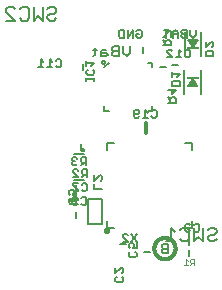
<source format=gbr>
G04 EAGLE Gerber RS-274X export*
G75*
%MOMM*%
%FSLAX34Y34*%
%LPD*%
%INSilkscreen Bottom*%
%IPPOS*%
%AMOC8*
5,1,8,0,0,1.08239X$1,22.5*%
G01*
%ADD10C,0.152400*%
%ADD11C,0.304800*%
%ADD12C,0.203200*%
%ADD13R,1.000000X0.200000*%
%ADD14C,0.127000*%
%ADD15C,0.101600*%

G36*
X143880Y186336D02*
X143880Y186336D01*
X143907Y186336D01*
X144018Y186368D01*
X144131Y186394D01*
X144154Y186407D01*
X144180Y186415D01*
X144278Y186477D01*
X144379Y186533D01*
X144395Y186551D01*
X144420Y186566D01*
X144605Y186774D01*
X144609Y186778D01*
X146609Y189778D01*
X146640Y189842D01*
X146680Y189902D01*
X146701Y189970D01*
X146732Y190034D01*
X146744Y190105D01*
X146765Y190173D01*
X146767Y190244D01*
X146779Y190315D01*
X146771Y190386D01*
X146773Y190457D01*
X146755Y190526D01*
X146746Y190597D01*
X146719Y190663D01*
X146701Y190732D01*
X146664Y190793D01*
X146637Y190859D01*
X146592Y190915D01*
X146556Y190977D01*
X146504Y191026D01*
X146459Y191081D01*
X146401Y191122D01*
X146348Y191171D01*
X146285Y191204D01*
X146227Y191245D01*
X146159Y191268D01*
X146095Y191301D01*
X146036Y191311D01*
X145958Y191338D01*
X145839Y191344D01*
X145764Y191356D01*
X141764Y191356D01*
X141693Y191346D01*
X141621Y191346D01*
X141553Y191326D01*
X141483Y191316D01*
X141417Y191287D01*
X141348Y191267D01*
X141288Y191229D01*
X141223Y191200D01*
X141168Y191154D01*
X141108Y191116D01*
X141060Y191063D01*
X141006Y191017D01*
X140966Y190957D01*
X140919Y190903D01*
X140888Y190839D01*
X140849Y190780D01*
X140827Y190712D01*
X140796Y190647D01*
X140784Y190577D01*
X140763Y190509D01*
X140761Y190437D01*
X140749Y190367D01*
X140757Y190296D01*
X140755Y190225D01*
X140774Y190155D01*
X140782Y190084D01*
X140807Y190029D01*
X140827Y189950D01*
X140888Y189847D01*
X140919Y189778D01*
X142919Y186778D01*
X142996Y186691D01*
X143069Y186601D01*
X143091Y186586D01*
X143109Y186566D01*
X143206Y186504D01*
X143301Y186437D01*
X143327Y186429D01*
X143349Y186414D01*
X143460Y186382D01*
X143570Y186344D01*
X143597Y186343D01*
X143622Y186336D01*
X143738Y186336D01*
X143854Y186330D01*
X143880Y186336D01*
G37*
G36*
X145708Y152824D02*
X145708Y152824D01*
X145780Y152824D01*
X145848Y152844D01*
X145919Y152854D01*
X145984Y152883D01*
X146053Y152903D01*
X146113Y152941D01*
X146178Y152970D01*
X146233Y153016D01*
X146293Y153054D01*
X146341Y153108D01*
X146395Y153154D01*
X146435Y153213D01*
X146482Y153267D01*
X146513Y153331D01*
X146553Y153390D01*
X146574Y153459D01*
X146605Y153523D01*
X146617Y153593D01*
X146638Y153661D01*
X146640Y153733D01*
X146652Y153804D01*
X146644Y153874D01*
X146646Y153945D01*
X146627Y154015D01*
X146619Y154086D01*
X146594Y154141D01*
X146574Y154220D01*
X146513Y154323D01*
X146482Y154392D01*
X144482Y157392D01*
X144405Y157479D01*
X144332Y157569D01*
X144310Y157584D01*
X144292Y157604D01*
X144195Y157666D01*
X144100Y157733D01*
X144074Y157741D01*
X144052Y157756D01*
X143941Y157788D01*
X143831Y157826D01*
X143804Y157827D01*
X143779Y157834D01*
X143663Y157834D01*
X143547Y157840D01*
X143521Y157834D01*
X143494Y157834D01*
X143383Y157802D01*
X143270Y157776D01*
X143247Y157763D01*
X143221Y157755D01*
X143123Y157693D01*
X143022Y157637D01*
X143006Y157619D01*
X142981Y157604D01*
X142796Y157396D01*
X142792Y157392D01*
X140792Y154392D01*
X140761Y154328D01*
X140722Y154268D01*
X140700Y154200D01*
X140669Y154136D01*
X140657Y154065D01*
X140636Y153997D01*
X140634Y153926D01*
X140622Y153856D01*
X140630Y153784D01*
X140628Y153713D01*
X140646Y153644D01*
X140655Y153573D01*
X140682Y153507D01*
X140700Y153438D01*
X140737Y153377D01*
X140764Y153311D01*
X140809Y153255D01*
X140846Y153193D01*
X140897Y153144D01*
X140942Y153089D01*
X141001Y153048D01*
X141053Y152999D01*
X141116Y152966D01*
X141174Y152925D01*
X141242Y152902D01*
X141306Y152869D01*
X141365Y152859D01*
X141443Y152832D01*
X141562Y152826D01*
X141637Y152814D01*
X145637Y152814D01*
X145708Y152824D01*
G37*
D10*
X90557Y186189D02*
X90557Y180427D01*
X87676Y177546D01*
X84795Y180427D01*
X84795Y186189D01*
X81202Y186189D02*
X81202Y177546D01*
X81202Y186189D02*
X76880Y186189D01*
X75440Y184749D01*
X75440Y183308D01*
X76880Y181868D01*
X75440Y180427D01*
X75440Y178987D01*
X76880Y177546D01*
X81202Y177546D01*
X81202Y181868D02*
X76880Y181868D01*
X70406Y183308D02*
X67525Y183308D01*
X66085Y181868D01*
X66085Y177546D01*
X70406Y177546D01*
X71847Y178987D01*
X70406Y180427D01*
X66085Y180427D01*
X61051Y178987D02*
X61051Y184749D01*
X61051Y178987D02*
X59611Y177546D01*
X59611Y183308D02*
X62492Y183308D01*
D11*
X111162Y14859D02*
X111165Y15079D01*
X111173Y15300D01*
X111186Y15520D01*
X111205Y15739D01*
X111230Y15958D01*
X111259Y16177D01*
X111294Y16394D01*
X111335Y16611D01*
X111380Y16827D01*
X111431Y17041D01*
X111487Y17254D01*
X111549Y17466D01*
X111615Y17676D01*
X111687Y17884D01*
X111764Y18091D01*
X111846Y18295D01*
X111932Y18498D01*
X112024Y18698D01*
X112121Y18897D01*
X112222Y19092D01*
X112329Y19285D01*
X112440Y19476D01*
X112555Y19663D01*
X112675Y19848D01*
X112800Y20030D01*
X112929Y20208D01*
X113063Y20384D01*
X113200Y20556D01*
X113342Y20724D01*
X113488Y20890D01*
X113638Y21051D01*
X113792Y21209D01*
X113950Y21363D01*
X114111Y21513D01*
X114277Y21659D01*
X114445Y21801D01*
X114617Y21938D01*
X114793Y22072D01*
X114971Y22201D01*
X115153Y22326D01*
X115338Y22446D01*
X115525Y22561D01*
X115716Y22672D01*
X115909Y22779D01*
X116104Y22880D01*
X116303Y22977D01*
X116503Y23069D01*
X116706Y23155D01*
X116910Y23237D01*
X117117Y23314D01*
X117325Y23386D01*
X117535Y23452D01*
X117747Y23514D01*
X117960Y23570D01*
X118174Y23621D01*
X118390Y23666D01*
X118607Y23707D01*
X118824Y23742D01*
X119043Y23771D01*
X119262Y23796D01*
X119481Y23815D01*
X119701Y23828D01*
X119922Y23836D01*
X120142Y23839D01*
X120362Y23836D01*
X120583Y23828D01*
X120803Y23815D01*
X121022Y23796D01*
X121241Y23771D01*
X121460Y23742D01*
X121677Y23707D01*
X121894Y23666D01*
X122110Y23621D01*
X122324Y23570D01*
X122537Y23514D01*
X122749Y23452D01*
X122959Y23386D01*
X123167Y23314D01*
X123374Y23237D01*
X123578Y23155D01*
X123781Y23069D01*
X123981Y22977D01*
X124180Y22880D01*
X124375Y22779D01*
X124568Y22672D01*
X124759Y22561D01*
X124946Y22446D01*
X125131Y22326D01*
X125313Y22201D01*
X125491Y22072D01*
X125667Y21938D01*
X125839Y21801D01*
X126007Y21659D01*
X126173Y21513D01*
X126334Y21363D01*
X126492Y21209D01*
X126646Y21051D01*
X126796Y20890D01*
X126942Y20724D01*
X127084Y20556D01*
X127221Y20384D01*
X127355Y20208D01*
X127484Y20030D01*
X127609Y19848D01*
X127729Y19663D01*
X127844Y19476D01*
X127955Y19285D01*
X128062Y19092D01*
X128163Y18897D01*
X128260Y18698D01*
X128352Y18498D01*
X128438Y18295D01*
X128520Y18091D01*
X128597Y17884D01*
X128669Y17676D01*
X128735Y17466D01*
X128797Y17254D01*
X128853Y17041D01*
X128904Y16827D01*
X128949Y16611D01*
X128990Y16394D01*
X129025Y16177D01*
X129054Y15958D01*
X129079Y15739D01*
X129098Y15520D01*
X129111Y15300D01*
X129119Y15079D01*
X129122Y14859D01*
X129119Y14639D01*
X129111Y14418D01*
X129098Y14198D01*
X129079Y13979D01*
X129054Y13760D01*
X129025Y13541D01*
X128990Y13324D01*
X128949Y13107D01*
X128904Y12891D01*
X128853Y12677D01*
X128797Y12464D01*
X128735Y12252D01*
X128669Y12042D01*
X128597Y11834D01*
X128520Y11627D01*
X128438Y11423D01*
X128352Y11220D01*
X128260Y11020D01*
X128163Y10821D01*
X128062Y10626D01*
X127955Y10433D01*
X127844Y10242D01*
X127729Y10055D01*
X127609Y9870D01*
X127484Y9688D01*
X127355Y9510D01*
X127221Y9334D01*
X127084Y9162D01*
X126942Y8994D01*
X126796Y8828D01*
X126646Y8667D01*
X126492Y8509D01*
X126334Y8355D01*
X126173Y8205D01*
X126007Y8059D01*
X125839Y7917D01*
X125667Y7780D01*
X125491Y7646D01*
X125313Y7517D01*
X125131Y7392D01*
X124946Y7272D01*
X124759Y7157D01*
X124568Y7046D01*
X124375Y6939D01*
X124180Y6838D01*
X123981Y6741D01*
X123781Y6649D01*
X123578Y6563D01*
X123374Y6481D01*
X123167Y6404D01*
X122959Y6332D01*
X122749Y6266D01*
X122537Y6204D01*
X122324Y6148D01*
X122110Y6097D01*
X121894Y6052D01*
X121677Y6011D01*
X121460Y5976D01*
X121241Y5947D01*
X121022Y5922D01*
X120803Y5903D01*
X120583Y5890D01*
X120362Y5882D01*
X120142Y5879D01*
X119922Y5882D01*
X119701Y5890D01*
X119481Y5903D01*
X119262Y5922D01*
X119043Y5947D01*
X118824Y5976D01*
X118607Y6011D01*
X118390Y6052D01*
X118174Y6097D01*
X117960Y6148D01*
X117747Y6204D01*
X117535Y6266D01*
X117325Y6332D01*
X117117Y6404D01*
X116910Y6481D01*
X116706Y6563D01*
X116503Y6649D01*
X116303Y6741D01*
X116104Y6838D01*
X115909Y6939D01*
X115716Y7046D01*
X115525Y7157D01*
X115338Y7272D01*
X115153Y7392D01*
X114971Y7517D01*
X114793Y7646D01*
X114617Y7780D01*
X114445Y7917D01*
X114277Y8059D01*
X114111Y8205D01*
X113950Y8355D01*
X113792Y8509D01*
X113638Y8667D01*
X113488Y8828D01*
X113342Y8994D01*
X113200Y9162D01*
X113063Y9334D01*
X112929Y9510D01*
X112800Y9688D01*
X112675Y9870D01*
X112555Y10055D01*
X112440Y10242D01*
X112329Y10433D01*
X112222Y10626D01*
X112121Y10821D01*
X112024Y11020D01*
X111932Y11220D01*
X111846Y11423D01*
X111764Y11627D01*
X111687Y11834D01*
X111615Y12042D01*
X111549Y12252D01*
X111487Y12464D01*
X111431Y12677D01*
X111380Y12891D01*
X111335Y13107D01*
X111294Y13324D01*
X111259Y13541D01*
X111230Y13760D01*
X111205Y13979D01*
X111186Y14198D01*
X111173Y14418D01*
X111165Y14639D01*
X111162Y14859D01*
D12*
X122682Y10795D02*
X122682Y18930D01*
X118615Y18930D01*
X117259Y17574D01*
X117259Y16218D01*
X118615Y14862D01*
X117259Y13507D01*
X117259Y12151D01*
X118615Y10795D01*
X122682Y10795D01*
X122682Y14862D02*
X118615Y14862D01*
X86868Y18415D02*
X81788Y18415D01*
D10*
X83740Y-9165D02*
X84842Y-10267D01*
X84842Y-12470D01*
X83740Y-13571D01*
X79334Y-13571D01*
X78232Y-12470D01*
X78232Y-10267D01*
X79334Y-9165D01*
X78232Y-6087D02*
X78232Y-1681D01*
X78232Y-6087D02*
X82638Y-1681D01*
X83740Y-1681D01*
X84842Y-2782D01*
X84842Y-4986D01*
X83740Y-6087D01*
D12*
X136637Y145829D02*
X136637Y165829D01*
X150637Y165829D02*
X150637Y145829D01*
X139637Y152329D02*
X143637Y158329D01*
X139637Y152329D02*
X147637Y152329D01*
X143637Y158329D01*
D13*
X143637Y159329D03*
D10*
X132881Y152623D02*
X126271Y152623D01*
X126271Y155928D01*
X127373Y157029D01*
X131779Y157029D01*
X132881Y155928D01*
X132881Y152623D01*
X130677Y160107D02*
X132881Y162310D01*
X126271Y162310D01*
X126271Y160107D02*
X126271Y164513D01*
D14*
X158110Y32395D02*
X156204Y30488D01*
X158110Y32395D02*
X161923Y32395D01*
X163830Y30488D01*
X163830Y28582D01*
X161923Y26675D01*
X158110Y26675D01*
X156204Y24768D01*
X156204Y22862D01*
X158110Y20955D01*
X161923Y20955D01*
X163830Y22862D01*
X152136Y20955D02*
X152136Y32395D01*
X148323Y24768D02*
X152136Y20955D01*
X148323Y24768D02*
X144510Y20955D01*
X144510Y32395D01*
X134722Y32395D02*
X132816Y30488D01*
X134722Y32395D02*
X138535Y32395D01*
X140442Y30488D01*
X140442Y22862D01*
X138535Y20955D01*
X134722Y20955D01*
X132816Y22862D01*
X128748Y28582D02*
X124935Y32395D01*
X124935Y20955D01*
X128748Y20955D02*
X121122Y20955D01*
D12*
X107442Y12192D02*
X102362Y12192D01*
D10*
X96207Y10816D02*
X95105Y11917D01*
X96207Y10816D02*
X96207Y8612D01*
X95105Y7511D01*
X90699Y7511D01*
X89597Y8612D01*
X89597Y10816D01*
X90699Y11917D01*
X96207Y14995D02*
X96207Y19401D01*
X96207Y14995D02*
X92902Y14995D01*
X94003Y17198D01*
X94003Y18300D01*
X92902Y19401D01*
X90699Y19401D01*
X89597Y18300D01*
X89597Y16096D01*
X90699Y14995D01*
D12*
X45212Y52197D02*
X45212Y57277D01*
D10*
X49569Y68946D02*
X50670Y70048D01*
X52873Y70048D01*
X53975Y68946D01*
X53975Y64540D01*
X52873Y63438D01*
X50670Y63438D01*
X49569Y64540D01*
X46491Y70048D02*
X42084Y70048D01*
X42084Y68946D01*
X46491Y64540D01*
X46491Y63438D01*
D12*
X44958Y45720D02*
X44958Y40640D01*
D10*
X49315Y57389D02*
X50416Y58491D01*
X52619Y58491D01*
X53721Y57389D01*
X53721Y52983D01*
X52619Y51881D01*
X50416Y51881D01*
X49315Y52983D01*
X46237Y52983D02*
X45135Y51881D01*
X42932Y51881D01*
X41830Y52983D01*
X41830Y57389D01*
X42932Y58491D01*
X45135Y58491D01*
X46237Y57389D01*
X46237Y56287D01*
X45135Y55186D01*
X41830Y55186D01*
D12*
X66517Y57055D02*
X66517Y35909D01*
X66517Y57055D02*
X55404Y57055D01*
X55403Y35909D01*
X66517Y35909D01*
D10*
X67062Y65024D02*
X60452Y65024D01*
X60452Y69430D01*
X60452Y72508D02*
X60452Y76915D01*
X64858Y76915D02*
X60452Y72508D01*
X64858Y76915D02*
X65960Y76915D01*
X67062Y75813D01*
X67062Y73610D01*
X65960Y72508D01*
D12*
X140462Y22987D02*
X140462Y17907D01*
D10*
X144819Y34656D02*
X145920Y35758D01*
X148123Y35758D01*
X149225Y34656D01*
X149225Y30250D01*
X148123Y29148D01*
X145920Y29148D01*
X144819Y30250D01*
X141741Y34656D02*
X140639Y35758D01*
X138436Y35758D01*
X137334Y34656D01*
X137334Y33554D01*
X138436Y32453D01*
X139538Y32453D01*
X138436Y32453D02*
X137334Y31351D01*
X137334Y30250D01*
X138436Y29148D01*
X140639Y29148D01*
X141741Y30250D01*
D12*
X140716Y13589D02*
X140716Y8509D01*
D15*
X145084Y5782D02*
X145084Y698D01*
X145084Y5782D02*
X142542Y5782D01*
X141695Y4935D01*
X141695Y3240D01*
X142542Y2393D01*
X145084Y2393D01*
X143389Y2393D02*
X141695Y698D01*
X139471Y4088D02*
X137776Y5782D01*
X137776Y698D01*
X136082Y698D02*
X139471Y698D01*
D14*
X20695Y217305D02*
X22601Y219212D01*
X26414Y219212D01*
X28321Y217305D01*
X28321Y215399D01*
X26414Y213492D01*
X22601Y213492D01*
X20695Y211585D01*
X20695Y209679D01*
X22601Y207772D01*
X26414Y207772D01*
X28321Y209679D01*
X16627Y207772D02*
X16627Y219212D01*
X12814Y211585D02*
X16627Y207772D01*
X12814Y211585D02*
X9001Y207772D01*
X9001Y219212D01*
X-787Y219212D02*
X-2693Y217305D01*
X-787Y219212D02*
X3026Y219212D01*
X4933Y217305D01*
X4933Y209679D01*
X3026Y207772D01*
X-787Y207772D01*
X-2693Y209679D01*
X-6761Y207772D02*
X-14387Y207772D01*
X-6761Y207772D02*
X-14387Y215399D01*
X-14387Y217305D01*
X-12481Y219212D01*
X-8668Y219212D01*
X-6761Y217305D01*
D11*
X104394Y120967D02*
X104394Y112967D01*
D10*
X108751Y131176D02*
X109852Y132278D01*
X112055Y132278D01*
X113157Y131176D01*
X113157Y126770D01*
X112055Y125668D01*
X109852Y125668D01*
X108751Y126770D01*
X105673Y130074D02*
X103470Y132278D01*
X103470Y125668D01*
X105673Y125668D02*
X101266Y125668D01*
X98189Y126770D02*
X97087Y125668D01*
X94884Y125668D01*
X93782Y126770D01*
X93782Y131176D01*
X94884Y132278D01*
X97087Y132278D01*
X98189Y131176D01*
X98189Y130074D01*
X97087Y128973D01*
X93782Y128973D01*
X146015Y195751D02*
X146015Y200158D01*
X146015Y195751D02*
X143811Y193548D01*
X141608Y195751D01*
X141608Y200158D01*
X138530Y200158D02*
X138530Y193548D01*
X138530Y200158D02*
X135226Y200158D01*
X134124Y199056D01*
X134124Y197954D01*
X135226Y196853D01*
X134124Y195751D01*
X134124Y194650D01*
X135226Y193548D01*
X138530Y193548D01*
X138530Y196853D02*
X135226Y196853D01*
X131046Y197954D02*
X131046Y193548D01*
X131046Y197954D02*
X128843Y200158D01*
X126640Y197954D01*
X126640Y193548D01*
X126640Y196853D02*
X131046Y196853D01*
X121359Y193548D02*
X121359Y200158D01*
X123562Y200158D02*
X119156Y200158D01*
X97126Y200158D02*
X96024Y199056D01*
X97126Y200158D02*
X99329Y200158D01*
X100430Y199056D01*
X100430Y194650D01*
X99329Y193548D01*
X97126Y193548D01*
X96024Y194650D01*
X96024Y196853D01*
X98227Y196853D01*
X92946Y193548D02*
X92946Y200158D01*
X88540Y193548D01*
X88540Y200158D01*
X85462Y200158D02*
X85462Y193548D01*
X82157Y193548D01*
X81056Y194650D01*
X81056Y199056D01*
X82157Y200158D01*
X85462Y200158D01*
D12*
X150764Y198341D02*
X150764Y178341D01*
X136764Y178341D02*
X136764Y198341D01*
X147764Y191841D02*
X143764Y185841D01*
X147764Y191841D02*
X139764Y191841D01*
X143764Y185841D01*
D13*
X143764Y184841D03*
D10*
X154526Y178103D02*
X161136Y178103D01*
X154526Y178103D02*
X154526Y181408D01*
X155628Y182509D01*
X160034Y182509D01*
X161136Y181408D01*
X161136Y178103D01*
X154526Y185587D02*
X154526Y189994D01*
X158932Y189994D02*
X154526Y185587D01*
X158932Y189994D02*
X160034Y189994D01*
X161136Y188892D01*
X161136Y186689D01*
X160034Y185587D01*
D14*
X77315Y31945D02*
X71315Y31945D01*
X71315Y37945D01*
X137315Y31945D02*
X143315Y31945D01*
X143315Y37945D01*
X71315Y97945D02*
X71315Y103945D01*
X77315Y103945D01*
X143315Y103945D02*
X143315Y97945D01*
X143315Y103945D02*
X137315Y103945D01*
D11*
X70315Y29945D02*
X70317Y30008D01*
X70323Y30070D01*
X70333Y30132D01*
X70346Y30194D01*
X70364Y30254D01*
X70385Y30313D01*
X70410Y30371D01*
X70439Y30427D01*
X70471Y30481D01*
X70506Y30533D01*
X70544Y30582D01*
X70586Y30630D01*
X70630Y30674D01*
X70678Y30716D01*
X70727Y30754D01*
X70779Y30789D01*
X70833Y30821D01*
X70889Y30850D01*
X70947Y30875D01*
X71006Y30896D01*
X71066Y30914D01*
X71128Y30927D01*
X71190Y30937D01*
X71252Y30943D01*
X71315Y30945D01*
X71378Y30943D01*
X71440Y30937D01*
X71502Y30927D01*
X71564Y30914D01*
X71624Y30896D01*
X71683Y30875D01*
X71741Y30850D01*
X71797Y30821D01*
X71851Y30789D01*
X71903Y30754D01*
X71952Y30716D01*
X72000Y30674D01*
X72044Y30630D01*
X72086Y30582D01*
X72124Y30533D01*
X72159Y30481D01*
X72191Y30427D01*
X72220Y30371D01*
X72245Y30313D01*
X72266Y30254D01*
X72284Y30194D01*
X72297Y30132D01*
X72307Y30070D01*
X72313Y30008D01*
X72315Y29945D01*
X72313Y29882D01*
X72307Y29820D01*
X72297Y29758D01*
X72284Y29696D01*
X72266Y29636D01*
X72245Y29577D01*
X72220Y29519D01*
X72191Y29463D01*
X72159Y29409D01*
X72124Y29357D01*
X72086Y29308D01*
X72044Y29260D01*
X72000Y29216D01*
X71952Y29174D01*
X71903Y29136D01*
X71851Y29101D01*
X71797Y29069D01*
X71741Y29040D01*
X71683Y29015D01*
X71624Y28994D01*
X71564Y28976D01*
X71502Y28963D01*
X71440Y28953D01*
X71378Y28947D01*
X71315Y28945D01*
X71252Y28947D01*
X71190Y28953D01*
X71128Y28963D01*
X71066Y28976D01*
X71006Y28994D01*
X70947Y29015D01*
X70889Y29040D01*
X70833Y29069D01*
X70779Y29101D01*
X70727Y29136D01*
X70678Y29174D01*
X70630Y29216D01*
X70586Y29260D01*
X70544Y29308D01*
X70506Y29357D01*
X70471Y29409D01*
X70439Y29463D01*
X70410Y29519D01*
X70385Y29577D01*
X70364Y29636D01*
X70346Y29696D01*
X70333Y29758D01*
X70323Y29820D01*
X70317Y29882D01*
X70315Y29945D01*
D10*
X91715Y20599D02*
X96121Y27209D01*
X91715Y27209D02*
X96121Y20599D01*
X88637Y20599D02*
X84231Y20599D01*
X88637Y20599D02*
X84231Y25005D01*
X84231Y26107D01*
X85332Y27209D01*
X87536Y27209D01*
X88637Y26107D01*
D12*
X50800Y166370D02*
X50800Y171450D01*
D10*
X28953Y175012D02*
X27852Y173910D01*
X28953Y175012D02*
X31156Y175012D01*
X32258Y173910D01*
X32258Y169504D01*
X31156Y168402D01*
X28953Y168402D01*
X27852Y169504D01*
X24774Y172808D02*
X22571Y175012D01*
X22571Y168402D01*
X24774Y168402D02*
X20367Y168402D01*
X17290Y172808D02*
X15087Y175012D01*
X15087Y168402D01*
X17290Y168402D02*
X12883Y168402D01*
D12*
X108900Y135265D02*
X108900Y131765D01*
X105400Y131765D01*
X108900Y168265D02*
X108900Y171765D01*
X105400Y171765D01*
X72400Y131765D02*
X68900Y131765D01*
X68900Y135265D01*
X68900Y168265D02*
X72400Y171765D01*
X66802Y172593D02*
X66804Y172664D01*
X66810Y172735D01*
X66820Y172806D01*
X66834Y172876D01*
X66852Y172945D01*
X66873Y173012D01*
X66899Y173079D01*
X66928Y173144D01*
X66960Y173207D01*
X66997Y173269D01*
X67036Y173328D01*
X67079Y173385D01*
X67125Y173439D01*
X67174Y173491D01*
X67226Y173540D01*
X67280Y173586D01*
X67337Y173629D01*
X67396Y173668D01*
X67458Y173705D01*
X67521Y173737D01*
X67586Y173766D01*
X67653Y173792D01*
X67720Y173813D01*
X67789Y173831D01*
X67859Y173845D01*
X67930Y173855D01*
X68001Y173861D01*
X68072Y173863D01*
X68143Y173861D01*
X68214Y173855D01*
X68285Y173845D01*
X68355Y173831D01*
X68424Y173813D01*
X68491Y173792D01*
X68558Y173766D01*
X68623Y173737D01*
X68686Y173705D01*
X68748Y173668D01*
X68807Y173629D01*
X68864Y173586D01*
X68918Y173540D01*
X68970Y173491D01*
X69019Y173439D01*
X69065Y173385D01*
X69108Y173328D01*
X69147Y173269D01*
X69184Y173207D01*
X69216Y173144D01*
X69245Y173079D01*
X69271Y173012D01*
X69292Y172945D01*
X69310Y172876D01*
X69324Y172806D01*
X69334Y172735D01*
X69340Y172664D01*
X69342Y172593D01*
X69340Y172522D01*
X69334Y172451D01*
X69324Y172380D01*
X69310Y172310D01*
X69292Y172241D01*
X69271Y172174D01*
X69245Y172107D01*
X69216Y172042D01*
X69184Y171979D01*
X69147Y171917D01*
X69108Y171858D01*
X69065Y171801D01*
X69019Y171747D01*
X68970Y171695D01*
X68918Y171646D01*
X68864Y171600D01*
X68807Y171557D01*
X68748Y171518D01*
X68686Y171481D01*
X68623Y171449D01*
X68558Y171420D01*
X68491Y171394D01*
X68424Y171373D01*
X68355Y171355D01*
X68285Y171341D01*
X68214Y171331D01*
X68143Y171325D01*
X68072Y171323D01*
X68001Y171325D01*
X67930Y171331D01*
X67859Y171341D01*
X67789Y171355D01*
X67720Y171373D01*
X67653Y171394D01*
X67586Y171420D01*
X67521Y171449D01*
X67458Y171481D01*
X67396Y171518D01*
X67337Y171557D01*
X67280Y171600D01*
X67226Y171646D01*
X67174Y171695D01*
X67125Y171747D01*
X67079Y171801D01*
X67036Y171858D01*
X66997Y171917D01*
X66960Y171979D01*
X66928Y172042D01*
X66899Y172107D01*
X66873Y172174D01*
X66852Y172241D01*
X66834Y172310D01*
X66820Y172380D01*
X66810Y172451D01*
X66804Y172522D01*
X66802Y172593D01*
D10*
X53534Y159272D02*
X53534Y157069D01*
X53534Y158171D02*
X60144Y158171D01*
X60144Y159272D02*
X60144Y157069D01*
X60144Y165364D02*
X59042Y166465D01*
X60144Y165364D02*
X60144Y163160D01*
X59042Y162059D01*
X54636Y162059D01*
X53534Y163160D01*
X53534Y165364D01*
X54636Y166465D01*
X57940Y169543D02*
X60144Y171746D01*
X53534Y171746D01*
X53534Y169543D02*
X53534Y173949D01*
D12*
X101854Y180213D02*
X101854Y185293D01*
D10*
X136918Y182165D02*
X138020Y183267D01*
X140223Y183267D01*
X141324Y182165D01*
X141324Y177759D01*
X140223Y176657D01*
X138020Y176657D01*
X136918Y177759D01*
X133840Y181063D02*
X131637Y183267D01*
X131637Y176657D01*
X133840Y176657D02*
X129434Y176657D01*
X126356Y176657D02*
X121950Y176657D01*
X126356Y176657D02*
X121950Y181063D01*
X121950Y182165D01*
X123051Y183267D01*
X125255Y183267D01*
X126356Y182165D01*
D12*
X126111Y170434D02*
X131191Y170434D01*
D10*
X129165Y138448D02*
X122555Y138448D01*
X129165Y138448D02*
X129165Y141753D01*
X128063Y142854D01*
X125860Y142854D01*
X124758Y141753D01*
X124758Y138448D01*
X124758Y140651D02*
X122555Y142854D01*
X122555Y149237D02*
X129165Y149237D01*
X125860Y145932D01*
X125860Y150338D01*
D12*
X121285Y168275D02*
X116205Y168275D01*
D10*
X118237Y186817D02*
X124847Y186817D01*
X124847Y190122D01*
X123745Y191223D01*
X121542Y191223D01*
X120440Y190122D01*
X120440Y186817D01*
X120440Y189020D02*
X118237Y191223D01*
X124847Y194301D02*
X124847Y198708D01*
X123745Y198708D01*
X119339Y194301D01*
X118237Y194301D01*
D12*
X45212Y69088D02*
X45212Y64008D01*
D10*
X53975Y75249D02*
X53975Y81859D01*
X50670Y81859D01*
X49569Y80757D01*
X49569Y78554D01*
X50670Y77452D01*
X53975Y77452D01*
X51772Y77452D02*
X49569Y75249D01*
X46491Y75249D02*
X42084Y75249D01*
X42084Y79655D02*
X46491Y75249D01*
X42084Y79655D02*
X42084Y80757D01*
X43186Y81859D01*
X45389Y81859D01*
X46491Y80757D01*
D12*
X48768Y98298D02*
X48768Y103378D01*
D10*
X53449Y92143D02*
X53449Y85533D01*
X53449Y92143D02*
X50145Y92143D01*
X49043Y91041D01*
X49043Y88838D01*
X50145Y87736D01*
X53449Y87736D01*
X51246Y87736D02*
X49043Y85533D01*
X45965Y91041D02*
X44864Y92143D01*
X42660Y92143D01*
X41559Y91041D01*
X41559Y89939D01*
X42660Y88838D01*
X43762Y88838D01*
X42660Y88838D02*
X41559Y87736D01*
X41559Y86635D01*
X42660Y85533D01*
X44864Y85533D01*
X45965Y86635D01*
D12*
X42744Y94566D02*
X51744Y94566D01*
X51744Y72566D02*
X42744Y72566D01*
X49744Y98566D02*
X49746Y98629D01*
X49752Y98691D01*
X49762Y98753D01*
X49775Y98815D01*
X49793Y98875D01*
X49814Y98934D01*
X49839Y98992D01*
X49868Y99048D01*
X49900Y99102D01*
X49935Y99154D01*
X49973Y99203D01*
X50015Y99251D01*
X50059Y99295D01*
X50107Y99337D01*
X50156Y99375D01*
X50208Y99410D01*
X50262Y99442D01*
X50318Y99471D01*
X50376Y99496D01*
X50435Y99517D01*
X50495Y99535D01*
X50557Y99548D01*
X50619Y99558D01*
X50681Y99564D01*
X50744Y99566D01*
X50807Y99564D01*
X50869Y99558D01*
X50931Y99548D01*
X50993Y99535D01*
X51053Y99517D01*
X51112Y99496D01*
X51170Y99471D01*
X51226Y99442D01*
X51280Y99410D01*
X51332Y99375D01*
X51381Y99337D01*
X51429Y99295D01*
X51473Y99251D01*
X51515Y99203D01*
X51553Y99154D01*
X51588Y99102D01*
X51620Y99048D01*
X51649Y98992D01*
X51674Y98934D01*
X51695Y98875D01*
X51713Y98815D01*
X51726Y98753D01*
X51736Y98691D01*
X51742Y98629D01*
X51744Y98566D01*
X51742Y98503D01*
X51736Y98441D01*
X51726Y98379D01*
X51713Y98317D01*
X51695Y98257D01*
X51674Y98198D01*
X51649Y98140D01*
X51620Y98084D01*
X51588Y98030D01*
X51553Y97978D01*
X51515Y97929D01*
X51473Y97881D01*
X51429Y97837D01*
X51381Y97795D01*
X51332Y97757D01*
X51280Y97722D01*
X51226Y97690D01*
X51170Y97661D01*
X51112Y97636D01*
X51053Y97615D01*
X50993Y97597D01*
X50931Y97584D01*
X50869Y97574D01*
X50807Y97568D01*
X50744Y97566D01*
X50681Y97568D01*
X50619Y97574D01*
X50557Y97584D01*
X50495Y97597D01*
X50435Y97615D01*
X50376Y97636D01*
X50318Y97661D01*
X50262Y97690D01*
X50208Y97722D01*
X50156Y97757D01*
X50107Y97795D01*
X50059Y97837D01*
X50015Y97881D01*
X49973Y97929D01*
X49935Y97978D01*
X49900Y98030D01*
X49868Y98084D01*
X49839Y98140D01*
X49814Y98198D01*
X49793Y98257D01*
X49775Y98317D01*
X49762Y98379D01*
X49752Y98441D01*
X49746Y98503D01*
X49744Y98566D01*
D10*
X44116Y52850D02*
X39710Y52850D01*
X44116Y52850D02*
X45218Y53951D01*
X45218Y56155D01*
X44116Y57256D01*
X39710Y57256D01*
X38608Y56155D01*
X38608Y53951D01*
X39710Y52850D01*
X40811Y55053D02*
X38608Y57256D01*
X45218Y60334D02*
X45218Y64740D01*
X45218Y60334D02*
X41913Y60334D01*
X43014Y62537D01*
X43014Y63639D01*
X41913Y64740D01*
X39710Y64740D01*
X38608Y63639D01*
X38608Y61435D01*
X39710Y60334D01*
M02*

</source>
